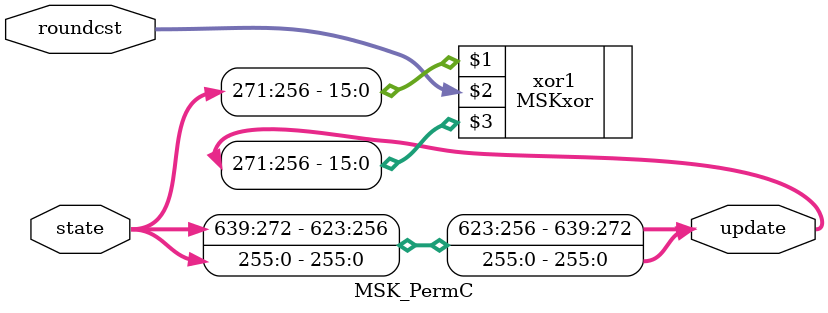
<source format=v>
module MSK_PermC #(parameter d = 2) (
    state,
    roundcst,
    update
);
    parameter W = 64;

    input [5*W*d-1 : 0] state;
    input [8*d-1 : 0] roundcst;
    output [5*W*d-1 : 0] update;

    MSKxor #(.d(d), .count(8)) xor1 (state[136*d-1 : 128*d], roundcst, update[136*d-1 : 128*d]);

    assign update[5*W*d-1 : 136*d] = state[5*W*d-1 : 136*d];
    assign update[2*W*d-1 : 0] = state[2*W*d-1 : 0];

endmodule
</source>
